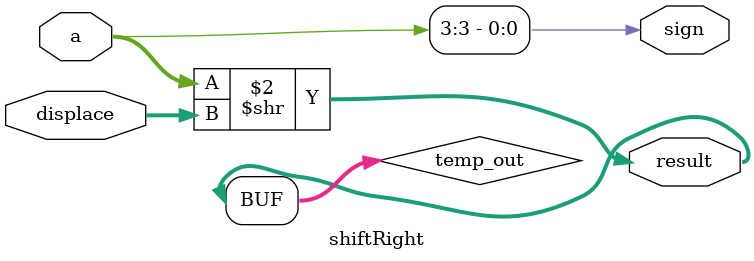
<source format=sv>

module shiftRight
 #(parameter N = 4)
 
 (
	input logic [N-1:0] a,
	input logic [N-1:0] displace,
	
	output logic [N-1:0] result,
	output logic sign
	);
	
	logic [N-1:0] temp_out;
	
	
	always @(*) begin
	
		temp_out <= a >> displace; // operación shiftRight
		sign <= a[N-1]; // Bit de signo del número original
	end
	
	assign result = temp_out;
	
	
endmodule
</source>
